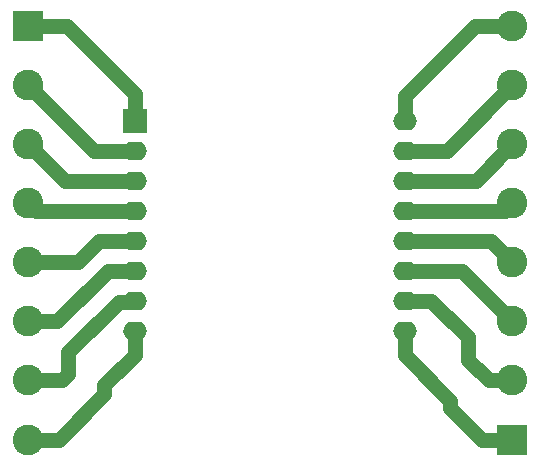
<source format=gbr>
G04 #@! TF.GenerationSoftware,KiCad,Pcbnew,(5.1.5)-3*
G04 #@! TF.CreationDate,2023-11-05T17:35:42+01:00*
G04 #@! TF.ProjectId,wemos_test_board_0,77656d6f-735f-4746-9573-745f626f6172,rev?*
G04 #@! TF.SameCoordinates,Original*
G04 #@! TF.FileFunction,Copper,L2,Bot*
G04 #@! TF.FilePolarity,Positive*
%FSLAX46Y46*%
G04 Gerber Fmt 4.6, Leading zero omitted, Abs format (unit mm)*
G04 Created by KiCad (PCBNEW (5.1.5)-3) date 2023-11-05 17:35:42*
%MOMM*%
%LPD*%
G04 APERTURE LIST*
%ADD10O,2.000000X1.600000*%
%ADD11R,2.000000X2.000000*%
%ADD12C,2.600000*%
%ADD13R,2.600000X2.600000*%
%ADD14C,0.406400*%
%ADD15C,1.270000*%
G04 APERTURE END LIST*
D10*
X155860000Y-74000000D03*
X155860000Y-76540000D03*
X155860000Y-79080000D03*
X155860000Y-81620000D03*
X155860000Y-84160000D03*
X155860000Y-86700000D03*
X155860000Y-89240000D03*
X155860000Y-91780000D03*
X133000000Y-91780000D03*
X133000000Y-89240000D03*
X133000000Y-86700000D03*
X133000000Y-84160000D03*
X133000000Y-81620000D03*
X133000000Y-79080000D03*
D11*
X133000000Y-74000000D03*
D10*
X133000000Y-76540000D03*
D12*
X165000000Y-66000000D03*
X165000000Y-71000000D03*
X165000000Y-76000000D03*
X165000000Y-81000000D03*
X165000000Y-86000000D03*
X165000000Y-91000000D03*
X165000000Y-96000000D03*
D13*
X165000000Y-101000000D03*
D12*
X124000000Y-101000000D03*
X124000000Y-96000000D03*
X124000000Y-91000000D03*
X124000000Y-86000000D03*
X124000000Y-81000000D03*
X124000000Y-76000000D03*
X124000000Y-71000000D03*
D13*
X124000000Y-66000000D03*
D14*
X132220000Y-91780000D02*
X133000000Y-91780000D01*
D15*
X133000000Y-93850000D02*
X130451840Y-96398160D01*
X133000000Y-91780000D02*
X133000000Y-93850000D01*
X130451840Y-96398160D02*
X130451840Y-97135920D01*
X126587760Y-101000000D02*
X124000000Y-101000000D01*
X130451840Y-97135920D02*
X126587760Y-101000000D01*
X132800000Y-89240000D02*
X132724740Y-89315260D01*
X133000000Y-89240000D02*
X132800000Y-89240000D01*
X132724740Y-89315260D02*
X131701520Y-89315260D01*
X131701520Y-89315260D02*
X127406380Y-93610400D01*
X127406380Y-93610400D02*
X127406380Y-95436660D01*
X126843040Y-96000000D02*
X124000000Y-96000000D01*
X127406380Y-95436660D02*
X126843040Y-96000000D01*
X126430000Y-91000000D02*
X124000000Y-91000000D01*
X133000000Y-86700000D02*
X130730000Y-86700000D01*
X130730000Y-86700000D02*
X126430000Y-91000000D01*
X133000000Y-84160000D02*
X130011480Y-84160000D01*
X128171480Y-86000000D02*
X124000000Y-86000000D01*
X130011480Y-84160000D02*
X128171480Y-86000000D01*
X124620000Y-81620000D02*
X124000000Y-81000000D01*
X133000000Y-81620000D02*
X124620000Y-81620000D01*
D14*
X132920000Y-79000000D02*
X133000000Y-79080000D01*
D15*
X127080000Y-79080000D02*
X124000000Y-76000000D01*
X133000000Y-79080000D02*
X127080000Y-79080000D01*
X129540000Y-76540000D02*
X124000000Y-71000000D01*
X133000000Y-76540000D02*
X129540000Y-76540000D01*
X124000000Y-66000000D02*
X125000000Y-66000000D01*
X127270000Y-66000000D02*
X126570000Y-66000000D01*
X126570000Y-66000000D02*
X124000000Y-66000000D01*
X133000000Y-71730000D02*
X127270000Y-66000000D01*
X133000000Y-74000000D02*
X133000000Y-71730000D01*
X163161523Y-66000000D02*
X165000000Y-66000000D01*
X155860000Y-71930000D02*
X161790000Y-66000000D01*
X161790000Y-66000000D02*
X163161523Y-66000000D01*
X155860000Y-74000000D02*
X155860000Y-71930000D01*
X159460000Y-76540000D02*
X165000000Y-71000000D01*
X155860000Y-76540000D02*
X159460000Y-76540000D01*
X161920000Y-79080000D02*
X165000000Y-76000000D01*
X155860000Y-79080000D02*
X161920000Y-79080000D01*
X164380000Y-81620000D02*
X165000000Y-81000000D01*
X155860000Y-81620000D02*
X164380000Y-81620000D01*
X163160000Y-84160000D02*
X165000000Y-86000000D01*
X155860000Y-84160000D02*
X163160000Y-84160000D01*
X160700000Y-86700000D02*
X165000000Y-91000000D01*
X155860000Y-86700000D02*
X160700000Y-86700000D01*
X158130000Y-89240000D02*
X161201080Y-92311080D01*
X155860000Y-89240000D02*
X158130000Y-89240000D01*
X161201080Y-92311080D02*
X161201080Y-94227620D01*
X162973460Y-96000000D02*
X165000000Y-96000000D01*
X161201080Y-94227620D02*
X162973460Y-96000000D01*
X155860000Y-93850000D02*
X159725340Y-97715340D01*
X155860000Y-91780000D02*
X155860000Y-93850000D01*
X159725340Y-98295340D02*
X162430000Y-101000000D01*
X162430000Y-101000000D02*
X165000000Y-101000000D01*
X159725340Y-97715340D02*
X159725340Y-98295340D01*
M02*

</source>
